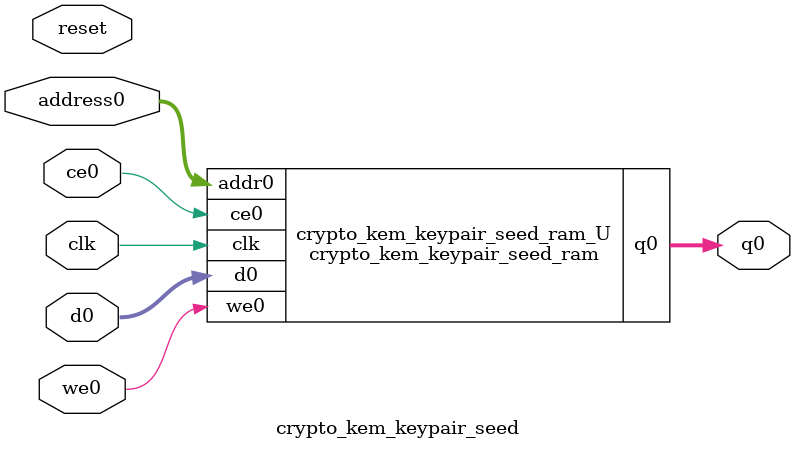
<source format=v>
`timescale 1 ns / 1 ps
module crypto_kem_keypair_seed_ram (addr0, ce0, d0, we0, q0,  clk);

parameter DWIDTH = 8;
parameter AWIDTH = 11;
parameter MEM_SIZE = 1400;

input[AWIDTH-1:0] addr0;
input ce0;
input[DWIDTH-1:0] d0;
input we0;
output reg[DWIDTH-1:0] q0;
input clk;

(* ram_style = "block" *)reg [DWIDTH-1:0] ram[0:MEM_SIZE-1];




always @(posedge clk)  
begin 
    if (ce0) 
    begin
        if (we0) 
        begin 
            ram[addr0] <= d0; 
        end 
        q0 <= ram[addr0];
    end
end


endmodule

`timescale 1 ns / 1 ps
module crypto_kem_keypair_seed(
    reset,
    clk,
    address0,
    ce0,
    we0,
    d0,
    q0);

parameter DataWidth = 32'd8;
parameter AddressRange = 32'd1400;
parameter AddressWidth = 32'd11;
input reset;
input clk;
input[AddressWidth - 1:0] address0;
input ce0;
input we0;
input[DataWidth - 1:0] d0;
output[DataWidth - 1:0] q0;



crypto_kem_keypair_seed_ram crypto_kem_keypair_seed_ram_U(
    .clk( clk ),
    .addr0( address0 ),
    .ce0( ce0 ),
    .we0( we0 ),
    .d0( d0 ),
    .q0( q0 ));

endmodule


</source>
